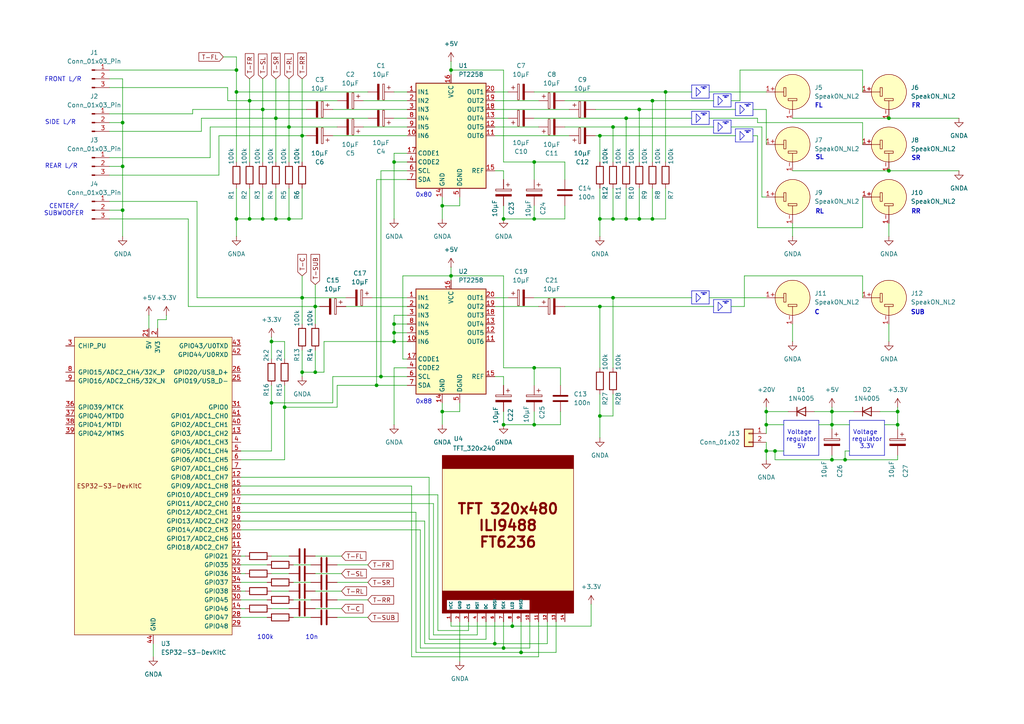
<source format=kicad_sch>
(kicad_sch (version 20250114) (generator "eeschema") (generator_version "9.0")
  (paper "A4")
  (lib_symbols
    (symbol "Audio:PT2258"
      (property "Reference" "U" (at -8.89 16.51 0))
      (property "Value" "PT2258" (at 6.35 16.51 0))
      (symbol "PT2258_1_1"
        (pin input line (at -12.7 12.7 0) (length 2.54) (name "IN1") (number "1"))
        (pin input line (at -12.7 10.16 0) (length 2.54) (name "IN2") (number "2"))
        (pin input line (at -12.7 7.62 0) (length 2.54) (name "IN3") (number "3"))
        (pin input line (at -12.7 5.08 0) (length 2.54) (name "IN4") (number "8"))
        (pin input line (at -12.7 2.54 0) (length 2.54) (name "IN5") (number "9"))
        (pin input line (at -12.7 0 0) (length 2.54) (name "IN6") (number "10"))
        (pin input line (at -12.7 -5.08 0) (length 2.54) (name "CODE1") (number "17"))
        (pin input line (at -12.7 -7.62 0) (length 2.54) (name "CODE2") (number "4"))
        (pin bidirectional line (at -12.7 -10.16 0) (length 2.54) (name "SCL") (number "6"))
        (pin bidirectional line (at -12.7 -12.7 0) (length 2.54) (name "SDA") (number "7"))
        (pin power_in line (at -2.54 -17.78 90) (length 2.54) (name "GND") (number "14"))
        (pin power_in line (at 0 17.78 270) (length 2.54) (name "VCC") (number "16"))
        (pin power_in line (at 2.54 -17.78 90) (length 2.54) (name "DGND") (number "5"))
        (pin output line (at 12.7 12.7 180) (length 2.54) (name "OUT1") (number "20"))
        (pin output line (at 12.7 10.16 180) (length 2.54) (name "OUT2") (number "19"))
        (pin output line (at 12.7 7.62 180) (length 2.54) (name "OUT3") (number "18"))
        (pin output line (at 12.7 5.08 180) (length 2.54) (name "OUT4") (number "13"))
        (pin output line (at 12.7 2.54 180) (length 2.54) (name "OUT5") (number "12"))
        (pin output line (at 12.7 0 180) (length 2.54) (name "OUT6") (number "11"))
        (pin output line (at 12.7 -10.16 180) (length 2.54) (name "REF") (number "15"))
      )
    )
    (symbol "Connector:Conn_01x03_Pin" (pin_names (offset 1.016) (hide yes))
      (property "Reference" "J" (at 0 5.08 0))
      (property "Value" "Conn_01x03_Pin" (at 0 -5.08 0))
      (symbol "Conn_01x03_Pin_1_1"
        (pin passive line (at 5.08 2.54 180) (length 3.81) (name "Pin_1") (number "1"))
        (pin passive line (at 5.08 0 180) (length 3.81) (name "Pin_2") (number "2"))
        (pin passive line (at 5.08 -2.54 180) (length 3.81) (name "Pin_3") (number "3"))
      )
    )
    (symbol "Connector_Audio:SpeakON_NL2" (pin_names (hide yes))
      (property "Reference" "J" (at 2.54 8.89 0))
      (property "Value" "SpeakON_NL2" (at 7.62 6.35 0))
      (symbol "SpeakON_NL2_0_1"
        (pin passive line (at -7.62 0 0) (length 2.54) (name "1-") (number "1-"))
      )
      (symbol "SpeakON_NL2_1_1"
        (pin passive line (at 0 7.62 270) (length 2.54) (name "1+") (number "1+"))
      )
    )
    (symbol "Connector_Generic:Conn_01x02" (pin_names (offset 1.016) (hide yes))
      (property "Reference" "J" (at 0 2.54 0))
      (property "Value" "Conn_01x02" (at 0 -5.08 0))
      (symbol "Conn_01x02_1_1"
        (pin passive line (at -5.08 0 0) (length 3.81) (name "Pin_1") (number "1"))
        (pin passive line (at -5.08 -2.54 0) (length 3.81) (name "Pin_2") (number "2"))
      )
    )
    (symbol "Device:C" (pin_numbers (hide yes)) (pin_names (offset 0.254))
      (property "Reference" "C" (at 0.635 2.54 0))
      (property "Value" "C" (at 0.635 -2.54 0))
      (symbol "C_1_1"
        (pin passive line (at 0 3.81 270) (length 2.794) (name "~") (number "1"))
        (pin passive line (at 0 -3.81 90) (length 2.794) (name "~") (number "2"))
      )
    )
    (symbol "Device:C_Polarized" (pin_numbers (hide yes)) (pin_names (offset 0.254))
      (property "Reference" "C" (at 0.635 2.54 0))
      (property "Value" "C_Polarized" (at 0.635 -2.54 0))
      (symbol "C_Polarized_1_1"
        (pin passive line (at 0 3.81 270) (length 2.794) (name "~") (number "1"))
        (pin passive line (at 0 -3.81 90) (length 2.794) (name "~") (number "2"))
      )
    )
    (symbol "Device:D" (pin_numbers (hide yes)) (pin_names (offset 1.016) (hide yes))
      (property "Reference" "D" (at 0 2.54 0))
      (property "Value" "D" (at 0 -2.54 0))
      (symbol "D_1_1"
        (pin passive line (at -3.81 0 0) (length 2.54) (name "K") (number "1"))
        (pin passive line (at 3.81 0 180) (length 2.54) (name "A") (number "2"))
      )
    )
    (symbol "Device:R" (pin_numbers (hide yes)) (pin_names (offset 0))
      (property "Reference" "R" (at 2.032 0 90))
      (property "Value" "R" (at 0 0 90))
      (symbol "R_1_1"
        (pin passive line (at 0 3.81 270) (length 1.27) (name "~") (number "1"))
        (pin passive line (at 0 -3.81 90) (length 1.27) (name "~") (number "2"))
      )
    )
    (symbol "Espressif:ESP32-S3-DevKitC" (pin_names (offset 1.016))
      (property "Reference" "U" (at -22.86 48.26 0))
      (property "Value" "ESP32-S3-DevKitC" (at -22.86 45.72 0))
      (symbol "ESP32-S3-DevKitC_0_0"
        (text "ESP32-S3-DevKitC" (at -12.7 0 0) (effects (font (size 1.27 1.27))))
        (pin bidirectional line (at -25.4 15.24 0) (length 2.54) (name "GPIO42/MTMS") (number "39"))
        (pin power_in line (at 0 -45.72 90) (length 2.54) (name "GND") (number "44"))
        (pin bidirectional line (at 25.4 40.64 180) (length 2.54) (name "GPIO43/U0TXD") (number "43"))
        (pin bidirectional line (at 25.4 38.1 180) (length 2.54) (name "GPIO44/U0RXD") (number "42"))
        (pin bidirectional line (at 25.4 20.32 180) (length 2.54) (name "GPIO1/ADC1_CH0") (number "41"))
        (pin bidirectional line (at 25.4 17.78 180) (length 2.54) (name "GPIO2/ADC1_CH1") (number "40"))
        (pin bidirectional line (at 25.4 -10.16 180) (length 2.54) (name "GPIO13/ADC2_CH2") (number "19"))
        (pin bidirectional line (at 25.4 -35.56 180) (length 2.54) (name "GPIO46") (number "14"))
      )
      (symbol "ESP32-S3-DevKitC_0_1"
        (pin power_in line (at 1.27 45.72 270) (length 2.54) (name "3V3") (number "2"))
      )
      (symbol "ESP32-S3-DevKitC_1_1"
        (pin input line (at -25.4 40.64 0) (length 2.54) (name "CHIP_PU") (number "3"))
        (pin bidirectional line (at -25.4 33.02 0) (length 2.54) (name "GPIO15/ADC2_CH4/32K_P") (number "8"))
        (pin bidirectional line (at -25.4 30.48 0) (length 2.54) (name "GPIO16/ADC2_CH5/32K_N") (number "9"))
        (pin bidirectional line (at -25.4 22.86 0) (length 2.54) (name "GPIO39/MTCK") (number "36"))
        (pin bidirectional line (at -25.4 20.32 0) (length 2.54) (name "GPIO40/MTDO") (number "37"))
        (pin bidirectional line (at -25.4 17.78 0) (length 2.54) (name "GPIO41/MTDI") (number "38"))
        (pin power_in line (at -1.27 45.72 270) (length 2.54) (name "5V") (number "21"))
        (pin passive line (at 0 -45.72 90) (length 2.54) (hide yes) (name "GND") (number "22"))
        (pin passive line (at 0 -45.72 90) (length 2.54) (hide yes) (name "GND") (number "23"))
        (pin passive line (at 0 -45.72 90) (length 2.54) (hide yes) (name "GND") (number "24"))
        (pin passive line (at 1.27 45.72 270) (length 2.54) (hide yes) (name "3V3") (number "1"))
        (pin bidirectional line (at 25.4 33.02 180) (length 2.54) (name "GPIO20/USB_D+") (number "26"))
        (pin bidirectional line (at 25.4 30.48 180) (length 2.54) (name "GPIO19/USB_D-") (number "25"))
        (pin bidirectional line (at 25.4 22.86 180) (length 2.54) (name "GPIO0") (number "31"))
        (pin bidirectional line (at 25.4 15.24 180) (length 2.54) (name "GPIO3/ADC1_CH2") (number "13"))
        (pin bidirectional line (at 25.4 12.7 180) (length 2.54) (name "GPIO4/ADC1_CH3") (number "4"))
        (pin bidirectional line (at 25.4 10.16 180) (length 2.54) (name "GPIO5/ADC1_CH4") (number "5"))
        (pin bidirectional line (at 25.4 7.62 180) (length 2.54) (name "GPIO6/ADC1_CH5") (number "6"))
        (pin bidirectional line (at 25.4 5.08 180) (length 2.54) (name "GPIO7/ADC1_CH6") (number "7"))
        (pin bidirectional line (at 25.4 2.54 180) (length 2.54) (name "GPIO8/ADC1_CH7") (number "12"))
        (pin bidirectional line (at 25.4 0 180) (length 2.54) (name "GPIO9/ADC1_CH8") (number "15"))
        (pin bidirectional line (at 25.4 -2.54 180) (length 2.54) (name "GPIO10/ADC1_CH9") (number "16"))
        (pin bidirectional line (at 25.4 -5.08 180) (length 2.54) (name "GPIO11/ADC2_CH0") (number "17"))
        (pin bidirectional line (at 25.4 -7.62 180) (length 2.54) (name "GPIO12/ADC2_CH1") (number "18"))
        (pin bidirectional line (at 25.4 -12.7 180) (length 2.54) (name "GPIO14/ADC2_CH3") (number "20"))
        (pin bidirectional line (at 25.4 -15.24 180) (length 2.54) (name "GPIO17/ADC2_CH6") (number "10"))
        (pin bidirectional line (at 25.4 -17.78 180) (length 2.54) (name "GPIO18/ADC2_CH7") (number "11"))
        (pin bidirectional line (at 25.4 -20.32 180) (length 2.54) (name "GPIO21") (number "27"))
        (pin bidirectional line (at 25.4 -22.86 180) (length 2.54) (name "GPIO35") (number "32"))
        (pin bidirectional line (at 25.4 -25.4 180) (length 2.54) (name "GPIO36") (number "33"))
        (pin bidirectional line (at 25.4 -27.94 180) (length 2.54) (name "GPIO37") (number "34"))
        (pin bidirectional line (at 25.4 -30.48 180) (length 2.54) (name "GPIO38") (number "35"))
        (pin bidirectional line (at 25.4 -33.02 180) (length 2.54) (name "GPIO45") (number "30"))
        (pin bidirectional line (at 25.4 -38.1 180) (length 2.54) (name "GPIO47") (number "28"))
        (pin bidirectional line (at 25.4 -40.64 180) (length 2.54) (name "GPIO48") (number "29"))
      )
    )
    (symbol "power:+24V" (power) (pin_numbers (hide yes)) (pin_names (offset 0) (hide yes))
      (property "Value" "+24V" (at 0 3.556 0))
      (symbol "+24V_1_1"
        (pin power_in line (at 0 0 90) (length 0) (name "~") (number "1"))
      )
    )
    (symbol "power:+3.3V" (power) (pin_numbers (hide yes)) (pin_names (offset 0) (hide yes))
      (property "Value" "+3.3V" (at 0 3.556 0))
      (symbol "+3.3V_1_1"
        (pin power_in line (at 0 0 90) (length 0) (name "~") (number "1"))
      )
    )
    (symbol "power:+5V" (power) (pin_numbers (hide yes)) (pin_names (offset 0) (hide yes))
      (property "Value" "+5V" (at 0 3.556 0))
      (symbol "+5V_1_1"
        (pin power_in line (at 0 0 90) (length 0) (name "~") (number "1"))
      )
    )
    (symbol "power:GNDA" (power) (pin_numbers (hide yes)) (pin_names (offset 0) (hide yes))
      (property "Value" "GNDA" (at 0 -3.81 0))
      (symbol "GNDA_1_1"
        (pin power_in line (at 0 0 270) (length 0) (name "~") (number "1"))
      )
    )
    (symbol "tft_320x240:TFT_320x240" (pin_names (offset 1.016))
      (property "Reference" "U4" (at -15.748 50.546 0))
      (property "Value" "TFT_320x240" (at -16.002 47.752 0))
      (symbol "TFT_320x240_1_1"
        (text "TFT 320x480\nILI9488\nFT6236" (at 0 25.4 0) (effects (font (size 2.9972 2.9972) (bold yes))))
        (pin power_in line (at -16.51 -2.54 90) (length 2.54) (name "VCC") (number "1"))
        (pin bidirectional line (at -13.97 -2.54 90) (length 2.54) (name "GND") (number "2"))
        (pin bidirectional line (at -11.43 -2.54 90) (length 2.54) (name "CS") (number "3"))
        (pin bidirectional line (at -8.89 -2.54 90) (length 2.54) (name "RST") (number "4"))
        (pin bidirectional line (at -6.35 -2.54 90) (length 2.54) (name "DC") (number "5"))
        (pin bidirectional line (at -3.81 -2.54 90) (length 2.54) (name "MOSI") (number "6"))
        (pin bidirectional line (at -1.27 -2.54 90) (length 2.54) (name "SCK") (number "7"))
        (pin power_in line (at 1.27 -2.54 90) (length 2.54) (name "LED") (number "8"))
        (pin bidirectional line (at 3.81 -2.54 90) (length 2.54) (name "MISO") (number "9"))
        (pin bidirectional line (at 6.35 -2.54 90) (length 2.54) (name "~") (number "10"))
        (pin bidirectional line (at 8.89 -2.54 90) (length 2.54) (name "~") (number "11"))
        (pin bidirectional line (at 11.43 -2.54 90) (length 2.54) (name "~") (number "12"))
        (pin bidirectional line (at 13.97 -2.54 90) (length 2.54) (name "~") (number "13"))
        (pin bidirectional line (at 16.51 -2.54 90) (length 2.54) (name "~") (number "14"))
      )
    )
  )
  (text "Amplifier\n60W" (at 210.5147 35.8377 0) (effects (font (size 0.2794 0.2794))))
  (text "0x80" (at 122.936 56.642 0) (effects (font (size 1.27 1.27))))
  (text "Voltage \nregulator\n5V" (at 232.41 127.508 0) (effects (font (size 1.27 1.27))))
  (text "CENTER/\nSUBWOOFER\n" (at 18.542 60.96 0) (effects (font (size 1.27 1.27))))
  (text "SR" (at 265.684 45.974 0) (effects (font (size 1.27 1.27) (thickness 0.254) (bold yes))))
  (text "REAR L/R" (at 17.78 48.26 0) (effects (font (size 1.27 1.27))))
  (text "SIDE L/R" (at 17.526 35.56 0) (effects (font (size 1.27 1.27))))
  (text "100k" (at 76.962 184.912 0) (effects (font (size 1.27 1.27))))
  (text "10n" (at 90.424 184.912 0) (effects (font (size 1.27 1.27))))
  (text "Amplifier\n60W" (at 216.8647 30.7577 0) (effects (font (size 0.2794 0.2794))))
  (text "Amplifier\n60W" (at 210.5147 87.9077 0) (effects (font (size 0.2794 0.2794))))
  (text "FRONT L/R" (at 18.288 23.114 0) (effects (font (size 1.27 1.27))))
  (text "FR" (at 265.684 30.734 0) (effects (font (size 1.27 1.27) (thickness 0.254) (bold yes))))
  (text "FL" (at 237.49 30.734 0) (effects (font (size 1.27 1.27) (thickness 0.254) (bold yes))))
  (text "RL" (at 237.744 61.468 0) (effects (font (size 1.27 1.27) (thickness 0.254) (bold yes))))
  (text "Amplifier\n60W" (at 204.1647 25.6777 0) (effects (font (size 0.2794 0.2794))))
  (text "RR" (at 265.684 61.468 0) (effects (font (size 1.27 1.27) (thickness 0.254) (bold yes))))
  (text "Voltage \nregulator\n3.3V" (at 251.46 127.508 0) (effects (font (size 1.27 1.27))))
  (text "SL" (at 237.744 45.72 0) (effects (font (size 1.27 1.27) (thickness 0.254) (bold yes))))
  (text "0x88" (at 122.936 116.586 0) (effects (font (size 1.27 1.27))))
  (text "Amplifier\n60W" (at 204.1647 33.2977 0) (effects (font (size 0.2794 0.2794))))
  (text "Amplifier\n60W" (at 216.8647 38.3777 0) (effects (font (size 0.2794 0.2794))))
  (text "Amplifier\n60W" (at 204.1647 85.3677 0) (effects (font (size 0.2794 0.2794))))
  (text "C" (at 236.982 90.678 0) (effects (font (size 1.27 1.27) (thickness 0.254) (bold yes))))
  (text "Amplifier\n60W" (at 210.5147 28.2177 0) (effects (font (size 0.2794 0.2794))))
  (text "SUB" (at 266.192 90.678 0) (effects (font (size 1.27 1.27) (thickness 0.254) (bold yes))))
  (junction (at 114.3 96.52))
  (junction (at 114.3 93.98))
  (junction (at 173.99 39.37))
  (junction (at 91.44 88.9))
  (junction (at 193.04 26.67))
  (junction (at 173.99 88.9))
  (junction (at 154.94 123.19))
  (junction (at 151.13 189.23))
  (junction (at 185.42 63.5))
  (junction (at 130.81 20.32))
  (junction (at 72.39 29.21))
  (junction (at 241.3 123.19))
  (junction (at 72.39 63.5))
  (junction (at 130.81 80.01))
  (junction (at 80.01 34.29))
  (junction (at 83.82 36.83))
  (junction (at 78.74 116.84))
  (junction (at 80.01 63.5))
  (junction (at 76.2 31.75))
  (junction (at 68.58 63.5))
  (junction (at 68.58 20.32))
  (junction (at 114.3 46.99))
  (junction (at 257.81 49.53))
  (junction (at 222.25 130.81))
  (junction (at 177.8 63.5))
  (junction (at 76.2 63.5))
  (junction (at 154.94 106.68))
  (junction (at 185.42 31.75))
  (junction (at 257.81 34.29))
  (junction (at 148.59 181.61))
  (junction (at 222.25 123.19))
  (junction (at 35.56 48.26))
  (junction (at 91.44 107.95))
  (junction (at 87.63 107.95))
  (junction (at 181.61 34.29))
  (junction (at 78.74 99.06))
  (junction (at 146.05 187.96))
  (junction (at 128.27 119.38))
  (junction (at 110.49 109.22))
  (junction (at 35.56 60.96))
  (junction (at 260.35 119.38))
  (junction (at 260.35 123.19))
  (junction (at 128.27 59.69))
  (junction (at 177.8 86.36))
  (junction (at 146.05 63.5))
  (junction (at 87.63 86.36))
  (junction (at 154.94 63.5))
  (junction (at 189.23 63.5))
  (junction (at 224.79 130.81))
  (junction (at 173.99 120.65))
  (junction (at 83.82 63.5))
  (junction (at 241.3 133.35))
  (junction (at 114.3 99.06))
  (junction (at 146.05 123.19))
  (junction (at 181.61 63.5))
  (junction (at 222.25 119.38))
  (junction (at 82.55 118.11))
  (junction (at 143.51 186.69))
  (junction (at 68.58 26.67))
  (junction (at 245.11 133.35))
  (junction (at 109.22 111.76))
  (junction (at 241.3 119.38))
  (junction (at 189.23 29.21))
  (junction (at 173.99 63.5))
  (junction (at 177.8 36.83))
  (junction (at 154.94 46.99))
  (junction (at 87.63 39.37))
  (junction (at 35.56 35.56))
  (wire (pts (xy 57.15 58.42) (xy 57.15 86.36)))
  (polyline (pts (xy 214.63 30.48) (xy 215.9 31.75)))
  (polyline (pts (xy 213.3087 41.1717) (xy 218.3887 41.1717)))
  (wire (pts (xy 78.74 97.79) (xy 78.74 99.06)))
  (wire (pts (xy 185.42 54.61) (xy 185.42 63.5)))
  (wire (pts (xy 57.15 86.36) (xy 87.63 86.36)))
  (wire (pts (xy 241.3 119.38) (xy 241.3 123.19)))
  (wire (pts (xy 222.25 41.91) (xy 222.25 31.75)))
  (wire (pts (xy 96.52 109.22) (xy 110.49 109.22)))
  (wire (pts (xy 100.33 88.9) (xy 118.11 88.9)))
  (wire (pts (xy 72.39 22.86) (xy 72.39 29.21)))
  (wire (pts (xy 222.25 128.27) (xy 222.25 130.81)))
  (wire (pts (xy 256.54 123.19) (xy 260.35 123.19)))
  (wire (pts (xy 146.05 187.96) (xy 121.92 187.96)))
  (wire (pts (xy 146.05 80.01) (xy 130.81 80.01)))
  (wire (pts (xy 143.51 39.37) (xy 165.1 39.37)))
  (polyline (pts (xy 208.28 35.56) (xy 209.55 36.83)))
  (wire (pts (xy 118.11 44.45) (xy 114.3 44.45)))
  (wire (pts (xy 114.3 34.29) (xy 118.11 34.29)))
  (wire (pts (xy 110.49 109.22) (xy 110.49 49.53)))
  (wire (pts (xy 91.44 93.98) (xy 91.44 88.9)))
  (polyline (pts (xy 218.3887 29.7417) (xy 218.3887 33.5517)))
  (wire (pts (xy 109.22 52.07) (xy 118.11 52.07)))
  (wire (pts (xy 241.3 118.11) (xy 241.3 119.38)))
  (wire (pts (xy 87.63 54.61) (xy 87.63 63.5)))
  (wire (pts (xy 162.56 111.76) (xy 162.56 106.68)))
  (wire (pts (xy 124.46 185.42) (xy 124.46 138.43)))
  (wire (pts (xy 31.75 33.02) (xy 55.88 33.02)))
  (polyline (pts (xy 227.33 121.92) (xy 227.33 132.08)))
  (wire (pts (xy 69.85 161.29) (xy 71.12 161.29)))
  (wire (pts (xy 55.88 31.75) (xy 76.2 31.75)))
  (wire (pts (xy 124.46 138.43) (xy 69.85 138.43)))
  (wire (pts (xy 87.63 80.01) (xy 87.63 86.36)))
  (wire (pts (xy 224.79 133.35) (xy 224.79 130.81)))
  (wire (pts (xy 162.56 119.38) (xy 162.56 123.19)))
  (wire (pts (xy 189.23 46.99) (xy 189.23 29.21)))
  (wire (pts (xy 69.85 163.83) (xy 77.47 163.83)))
  (polyline (pts (xy 200.6087 36.0917) (xy 205.6887 36.0917)))
  (polyline (pts (xy 208.28 27.94) (xy 209.55 29.21)))
  (wire (pts (xy 212.09 88.9) (xy 215.9 88.9)))
  (polyline (pts (xy 213.3087 29.7417) (xy 213.3087 33.5517)))
  (wire (pts (xy 250.19 66.04) (xy 219.71 66.04)))
  (wire (pts (xy 72.39 54.61) (xy 72.39 63.5)))
  (wire (pts (xy 31.75 50.8) (xy 63.5 50.8)))
  (wire (pts (xy 148.59 180.34) (xy 148.59 181.61)))
  (wire (pts (xy 80.01 46.99) (xy 80.01 34.29)))
  (wire (pts (xy 212.09 29.21) (xy 214.63 29.21)))
  (wire (pts (xy 193.04 54.61) (xy 193.04 63.5)))
  (wire (pts (xy 69.85 133.35) (xy 82.55 133.35)))
  (wire (pts (xy 31.75 35.56) (xy 35.56 35.56)))
  (wire (pts (xy 222.25 130.81) (xy 222.25 133.35)))
  (wire (pts (xy 205.74 86.36) (xy 222.25 86.36)))
  (wire (pts (xy 222.25 119.38) (xy 222.25 123.19)))
  (wire (pts (xy 158.75 180.34) (xy 158.75 186.69)))
  (wire (pts (xy 128.27 57.15) (xy 128.27 59.69)))
  (wire (pts (xy 96.52 39.37) (xy 118.11 39.37)))
  (wire (pts (xy 154.94 123.19) (xy 146.05 123.19)))
  (wire (pts (xy 138.43 184.15) (xy 125.73 184.15)))
  (wire (pts (xy 31.75 22.86) (xy 35.56 22.86)))
  (wire (pts (xy 143.51 88.9) (xy 156.21 88.9)))
  (wire (pts (xy 222.25 130.81) (xy 224.79 130.81)))
  (wire (pts (xy 80.01 54.61) (xy 80.01 63.5)))
  (wire (pts (xy 68.58 20.32) (xy 68.58 26.67)))
  (wire (pts (xy 133.35 116.84) (xy 133.35 119.38)))
  (wire (pts (xy 114.3 26.67) (xy 118.11 26.67)))
  (polyline (pts (xy 201.93 87.63) (xy 203.2 86.36)))
  (wire (pts (xy 222.25 123.19) (xy 227.33 123.19)))
  (wire (pts (xy 177.8 86.36) (xy 200.66 86.36)))
  (wire (pts (xy 78.74 166.37) (xy 83.82 166.37)))
  (polyline (pts (xy 206.9587 31.0117) (xy 212.0387 31.0117)))
  (wire (pts (xy 128.27 59.69) (xy 128.27 63.5)))
  (wire (pts (xy 128.27 116.84) (xy 128.27 119.38)))
  (wire (pts (xy 80.01 63.5) (xy 76.2 63.5)))
  (wire (pts (xy 68.58 16.51) (xy 68.58 20.32)))
  (polyline (pts (xy 256.54 121.92) (xy 256.54 132.08)))
  (wire (pts (xy 177.8 86.36) (xy 154.94 86.36)))
  (wire (pts (xy 260.35 118.11) (xy 260.35 119.38)))
  (wire (pts (xy 63.5 39.37) (xy 87.63 39.37)))
  (wire (pts (xy 193.04 26.67) (xy 200.66 26.67)))
  (wire (pts (xy 69.85 166.37) (xy 71.12 166.37)))
  (wire (pts (xy 85.09 163.83) (xy 90.17 163.83)))
  (wire (pts (xy 151.13 189.23) (xy 120.65 189.23)))
  (wire (pts (xy 173.99 106.68) (xy 173.99 88.9)))
  (polyline (pts (xy 201.93 35.56) (xy 203.2 34.29)))
  (wire (pts (xy 82.55 111.76) (xy 82.55 118.11)))
  (wire (pts (xy 87.63 86.36) (xy 100.33 86.36)))
  (wire (pts (xy 87.63 107.95) (xy 87.63 109.22)))
  (wire (pts (xy 91.44 176.53) (xy 99.06 176.53)))
  (wire (pts (xy 143.51 109.22) (xy 146.05 109.22)))
  (wire (pts (xy 119.38 190.5) (xy 119.38 140.97)))
  (wire (pts (xy 35.56 68.58) (xy 35.56 60.96)))
  (wire (pts (xy 128.27 119.38) (xy 128.27 123.19)))
  (wire (pts (xy 125.73 184.15) (xy 125.73 146.05)))
  (wire (pts (xy 69.85 176.53) (xy 71.12 176.53)))
  (wire (pts (xy 255.27 119.38) (xy 260.35 119.38)))
  (wire (pts (xy 250.19 86.36) (xy 250.19 80.01)))
  (wire (pts (xy 177.8 63.5) (xy 173.99 63.5)))
  (wire (pts (xy 229.87 64.77) (xy 229.87 68.58)))
  (wire (pts (xy 237.49 123.19) (xy 241.3 123.19)))
  (wire (pts (xy 143.51 186.69) (xy 123.19 186.69)))
  (wire (pts (xy 171.45 181.61) (xy 148.59 181.61)))
  (wire (pts (xy 66.04 29.21) (xy 72.39 29.21)))
  (wire (pts (xy 82.55 118.11) (xy 97.79 118.11)))
  (polyline (pts (xy 212.0387 86.8917) (xy 212.0387 90.7017)))
  (wire (pts (xy 193.04 26.67) (xy 154.94 26.67)))
  (wire (pts (xy 250.19 35.56) (xy 219.71 35.56)))
  (wire (pts (xy 118.11 96.52) (xy 114.3 96.52)))
  (wire (pts (xy 212.09 36.83) (xy 220.98 36.83)))
  (wire (pts (xy 250.19 20.32) (xy 214.63 20.32)))
  (wire (pts (xy 154.94 59.69) (xy 154.94 63.5)))
  (wire (pts (xy 229.87 49.53) (xy 257.81 49.53)))
  (wire (pts (xy 118.11 111.76) (xy 109.22 111.76)))
  (wire (pts (xy 97.79 118.11) (xy 97.79 111.76)))
  (wire (pts (xy 163.83 59.69) (xy 163.83 63.5)))
  (polyline (pts (xy 205.6887 84.3517) (xy 205.6887 88.1617)))
  (wire (pts (xy 163.83 46.99) (xy 154.94 46.99)))
  (wire (pts (xy 177.8 36.83) (xy 207.01 36.83)))
  (polyline (pts (xy 200.6087 84.3517) (xy 200.6087 88.1617)))
  (wire (pts (xy 114.3 44.45) (xy 114.3 46.99)))
  (wire (pts (xy 257.81 64.77) (xy 257.81 68.58)))
  (wire (pts (xy 35.56 48.26) (xy 35.56 60.96)))
  (polyline (pts (xy 200.6087 24.6617) (xy 200.6087 28.4717)))
  (wire (pts (xy 87.63 107.95) (xy 91.44 107.95)))
  (wire (pts (xy 156.21 190.5) (xy 119.38 190.5)))
  (wire (pts (xy 116.84 80.01) (xy 130.81 80.01)))
  (wire (pts (xy 123.19 151.13) (xy 69.85 151.13)))
  (wire (pts (xy 154.94 119.38) (xy 154.94 123.19)))
  (wire (pts (xy 83.82 63.5) (xy 80.01 63.5)))
  (polyline (pts (xy 201.93 25.4) (xy 203.2 26.67)))
  (wire (pts (xy 91.44 82.55) (xy 91.44 88.9)))
  (wire (pts (xy 250.19 26.67) (xy 250.19 20.32)))
  (wire (pts (xy 68.58 46.99) (xy 68.58 26.67)))
  (wire (pts (xy 250.19 41.91) (xy 250.19 35.56)))
  (wire (pts (xy 143.51 31.75) (xy 165.1 31.75)))
  (wire (pts (xy 173.99 114.3) (xy 173.99 120.65)))
  (wire (pts (xy 107.95 86.36) (xy 118.11 86.36)))
  (wire (pts (xy 91.44 107.95) (xy 93.98 107.95)))
  (wire (pts (xy 154.94 106.68) (xy 154.94 111.76)))
  (polyline (pts (xy 200.6087 28.4717) (xy 205.6887 28.4717)))
  (wire (pts (xy 161.29 189.23) (xy 151.13 189.23)))
  (wire (pts (xy 87.63 46.99) (xy 87.63 39.37)))
  (wire (pts (xy 173.99 88.9) (xy 207.01 88.9)))
  (wire (pts (xy 222.25 123.19) (xy 222.25 125.73)))
  (wire (pts (xy 245.11 130.81) (xy 245.11 133.35)))
  (wire (pts (xy 93.98 99.06) (xy 114.3 99.06)))
  (wire (pts (xy 91.44 166.37) (xy 99.06 166.37)))
  (wire (pts (xy 116.84 104.14) (xy 116.84 80.01)))
  (wire (pts (xy 72.39 29.21) (xy 97.79 29.21)))
  (wire (pts (xy 173.99 54.61) (xy 173.99 63.5)))
  (wire (pts (xy 205.74 26.67) (xy 222.25 26.67)))
  (wire (pts (xy 44.45 186.69) (xy 44.45 190.5)))
  (polyline (pts (xy 206.9587 34.8217) (xy 212.0387 34.8217)))
  (wire (pts (xy 154.94 52.07) (xy 154.94 46.99)))
  (wire (pts (xy 114.3 46.99) (xy 118.11 46.99)))
  (wire (pts (xy 143.51 49.53) (xy 146.05 49.53)))
  (wire (pts (xy 68.58 26.67) (xy 106.68 26.67)))
  (wire (pts (xy 97.79 179.07) (xy 106.68 179.07)))
  (wire (pts (xy 173.99 39.37) (xy 172.72 39.37)))
  (wire (pts (xy 97.79 111.76) (xy 109.22 111.76)))
  (polyline (pts (xy 200.6087 32.2817) (xy 205.6887 32.2817)))
  (wire (pts (xy 127 143.51) (xy 127 182.88)))
  (wire (pts (xy 76.2 22.86) (xy 76.2 31.75)))
  (wire (pts (xy 66.04 25.4) (xy 66.04 29.21)))
  (wire (pts (xy 118.11 91.44) (xy 114.3 91.44)))
  (wire (pts (xy 185.42 46.99) (xy 185.42 31.75)))
  (wire (pts (xy 189.23 29.21) (xy 163.83 29.21)))
  (wire (pts (xy 173.99 63.5) (xy 173.99 68.58)))
  (wire (pts (xy 78.74 111.76) (xy 78.74 116.84)))
  (wire (pts (xy 87.63 22.86) (xy 87.63 39.37)))
  (wire (pts (xy 55.88 33.02) (xy 55.88 31.75)))
  (wire (pts (xy 87.63 39.37) (xy 88.9 39.37)))
  (wire (pts (xy 58.42 34.29) (xy 80.01 34.29)))
  (wire (pts (xy 241.3 123.19) (xy 246.38 123.19)))
  (wire (pts (xy 123.19 186.69) (xy 123.19 151.13)))
  (wire (pts (xy 96.52 31.75) (xy 118.11 31.75)))
  (wire (pts (xy 60.96 36.83) (xy 83.82 36.83)))
  (wire (pts (xy 241.3 133.35) (xy 224.79 133.35)))
  (wire (pts (xy 31.75 45.72) (xy 60.96 45.72)))
  (wire (pts (xy 78.74 99.06) (xy 78.74 104.14)))
  (wire (pts (xy 163.83 52.07) (xy 163.83 46.99)))
  (wire (pts (xy 87.63 63.5) (xy 83.82 63.5)))
  (wire (pts (xy 130.81 17.78) (xy 130.81 20.32)))
  (polyline (pts (xy 201.93 33.02) (xy 201.93 35.56)))
  (wire (pts (xy 31.75 20.32) (xy 68.58 20.32)))
  (wire (pts (xy 220.98 57.15) (xy 220.98 36.83)))
  (polyline (pts (xy 227.33 121.92) (xy 237.49 121.92)))
  (wire (pts (xy 143.51 34.29) (xy 147.32 34.29)))
  (polyline (pts (xy 208.28 30.48) (xy 209.55 29.21)))
  (wire (pts (xy 64.77 16.51) (xy 68.58 16.51)))
  (polyline (pts (xy 212.0387 34.8217) (xy 212.0387 38.6317)))
  (wire (pts (xy 85.09 173.99) (xy 90.17 173.99)))
  (wire (pts (xy 97.79 168.91) (xy 106.68 168.91)))
  (wire (pts (xy 154.94 106.68) (xy 146.05 106.68)))
  (wire (pts (xy 105.41 36.83) (xy 118.11 36.83)))
  (wire (pts (xy 177.8 46.99) (xy 177.8 36.83)))
  (wire (pts (xy 140.97 180.34) (xy 140.97 185.42)))
  (wire (pts (xy 189.23 29.21) (xy 207.01 29.21)))
  (wire (pts (xy 110.49 49.53) (xy 118.11 49.53)))
  (wire (pts (xy 133.35 59.69) (xy 128.27 59.69)))
  (wire (pts (xy 143.51 86.36) (xy 147.32 86.36)))
  (wire (pts (xy 246.38 130.81) (xy 245.11 130.81)))
  (wire (pts (xy 162.56 106.68) (xy 154.94 106.68)))
  (wire (pts (xy 121.92 187.96) (xy 121.92 153.67)))
  (wire (pts (xy 82.55 104.14) (xy 82.55 99.06)))
  (wire (pts (xy 181.61 54.61) (xy 181.61 63.5)))
  (wire (pts (xy 83.82 22.86) (xy 83.82 36.83)))
  (wire (pts (xy 143.51 29.21) (xy 156.21 29.21)))
  (polyline (pts (xy 237.49 121.92) (xy 237.49 132.08)))
  (wire (pts (xy 114.3 106.68) (xy 118.11 106.68)))
  (wire (pts (xy 127 143.51) (xy 69.85 143.51)))
  (wire (pts (xy 120.65 189.23) (xy 120.65 148.59)))
  (wire (pts (xy 58.42 38.1) (xy 58.42 34.29)))
  (wire (pts (xy 257.81 49.53) (xy 278.13 49.53)))
  (wire (pts (xy 35.56 22.86) (xy 35.56 35.56)))
  (wire (pts (xy 257.81 34.29) (xy 278.13 34.29)))
  (wire (pts (xy 229.87 93.98) (xy 229.87 99.06)))
  (wire (pts (xy 85.09 168.91) (xy 90.17 168.91)))
  (wire (pts (xy 118.11 99.06) (xy 114.3 99.06)))
  (wire (pts (xy 173.99 120.65) (xy 173.99 127)))
  (polyline (pts (xy 200.6087 24.6617) (xy 205.6887 24.6617)))
  (polyline (pts (xy 205.6887 24.6617) (xy 205.6887 28.4717)))
  (wire (pts (xy 189.23 54.61) (xy 189.23 63.5)))
  (wire (pts (xy 193.04 63.5) (xy 189.23 63.5)))
  (wire (pts (xy 97.79 163.83) (xy 106.68 163.83)))
  (wire (pts (xy 143.51 180.34) (xy 143.51 186.69)))
  (polyline (pts (xy 206.9587 27.2017) (xy 212.0387 27.2017)))
  (wire (pts (xy 48.26 91.44) (xy 48.26 92.71)))
  (polyline (pts (xy 200.6087 84.3517) (xy 205.6887 84.3517)))
  (wire (pts (xy 31.75 38.1) (xy 58.42 38.1)))
  (wire (pts (xy 250.19 57.15) (xy 250.19 66.04)))
  (wire (pts (xy 114.3 99.06) (xy 114.3 96.52)))
  (wire (pts (xy 214.63 20.32) (xy 214.63 29.21)))
  (wire (pts (xy 177.8 106.68) (xy 177.8 86.36)))
  (wire (pts (xy 120.65 148.59) (xy 69.85 148.59)))
  (wire (pts (xy 78.74 161.29) (xy 83.82 161.29)))
  (wire (pts (xy 218.44 39.37) (xy 219.71 39.37)))
  (wire (pts (xy 260.35 123.19) (xy 260.35 124.46)))
  (wire (pts (xy 143.51 36.83) (xy 156.21 36.83)))
  (wire (pts (xy 185.42 31.75) (xy 213.36 31.75)))
  (polyline (pts (xy 214.63 38.1) (xy 214.63 40.64)))
  (wire (pts (xy 193.04 46.99) (xy 193.04 26.67)))
  (wire (pts (xy 48.26 92.71) (xy 45.72 92.71)))
  (wire (pts (xy 222.25 57.15) (xy 220.98 57.15)))
  (polyline (pts (xy 246.38 121.92) (xy 256.54 121.92)))
  (wire (pts (xy 154.94 46.99) (xy 146.05 46.99)))
  (polyline (pts (xy 214.63 38.1) (xy 215.9 39.37)))
  (wire (pts (xy 138.43 180.34) (xy 138.43 184.15)))
  (wire (pts (xy 222.25 119.38) (xy 228.6 119.38)))
  (polyline (pts (xy 206.9587 86.8917) (xy 212.0387 86.8917)))
  (wire (pts (xy 205.74 34.29) (xy 219.71 34.29)))
  (wire (pts (xy 177.8 120.65) (xy 173.99 120.65)))
  (wire (pts (xy 146.05 49.53) (xy 146.05 52.07)))
  (wire (pts (xy 87.63 101.6) (xy 87.63 107.95)))
  (wire (pts (xy 260.35 132.08) (xy 260.35 133.35)))
  (polyline (pts (xy 213.3087 37.3617) (xy 218.3887 37.3617)))
  (wire (pts (xy 146.05 109.22) (xy 146.05 111.76)))
  (polyline (pts (xy 208.28 87.63) (xy 208.28 90.17)))
  (wire (pts (xy 153.67 187.96) (xy 146.05 187.96)))
  (wire (pts (xy 125.73 146.05) (xy 69.85 146.05)))
  (wire (pts (xy 91.44 171.45) (xy 99.06 171.45)))
  (polyline (pts (xy 246.38 121.92) (xy 246.38 132.08)))
  (wire (pts (xy 163.83 63.5) (xy 154.94 63.5)))
  (wire (pts (xy 63.5 50.8) (xy 63.5 39.37)))
  (wire (pts (xy 45.72 92.71) (xy 45.72 95.25)))
  (wire (pts (xy 146.05 106.68) (xy 146.05 80.01)))
  (wire (pts (xy 35.56 60.96) (xy 31.75 60.96)))
  (polyline (pts (xy 206.9587 38.6317) (xy 212.0387 38.6317)))
  (wire (pts (xy 78.74 171.45) (xy 83.82 171.45)))
  (wire (pts (xy 91.44 88.9) (xy 92.71 88.9)))
  (wire (pts (xy 241.3 132.08) (xy 241.3 133.35)))
  (wire (pts (xy 189.23 63.5) (xy 185.42 63.5)))
  (polyline (pts (xy 208.28 38.1) (xy 209.55 36.83)))
  (wire (pts (xy 68.58 63.5) (xy 68.58 68.58)))
  (polyline (pts (xy 206.9587 86.8917) (xy 206.9587 90.7017)))
  (wire (pts (xy 91.44 161.29) (xy 99.06 161.29)))
  (wire (pts (xy 173.99 88.9) (xy 163.83 88.9)))
  (polyline (pts (xy 201.93 85.09) (xy 201.93 87.63)))
  (wire (pts (xy 222.25 118.11) (xy 222.25 119.38)))
  (wire (pts (xy 257.81 93.98) (xy 257.81 99.06)))
  (wire (pts (xy 76.2 63.5) (xy 72.39 63.5)))
  (polyline (pts (xy 256.54 132.08) (xy 246.38 132.08)))
  (wire (pts (xy 181.61 46.99) (xy 181.61 34.29)))
  (wire (pts (xy 91.44 101.6) (xy 91.44 107.95)))
  (wire (pts (xy 119.38 140.97) (xy 69.85 140.97)))
  (wire (pts (xy 219.71 35.56) (xy 219.71 34.29)))
  (wire (pts (xy 60.96 45.72) (xy 60.96 36.83)))
  (wire (pts (xy 69.85 179.07) (xy 77.47 179.07)))
  (wire (pts (xy 148.59 181.61) (xy 130.81 181.61)))
  (wire (pts (xy 83.82 36.83) (xy 97.79 36.83)))
  (wire (pts (xy 93.98 107.95) (xy 93.98 99.06)))
  (wire (pts (xy 181.61 63.5) (xy 177.8 63.5)))
  (wire (pts (xy 250.19 80.01) (xy 215.9 80.01)))
  (wire (pts (xy 133.35 119.38) (xy 128.27 119.38)))
  (polyline (pts (xy 213.3087 37.3617) (xy 213.3087 41.1717)))
  (polyline (pts (xy 212.0387 27.2017) (xy 212.0387 31.0117)))
  (polyline (pts (xy 237.49 132.08) (xy 227.33 132.08)))
  (wire (pts (xy 173.99 39.37) (xy 213.36 39.37)))
  (wire (pts (xy 181.61 34.29) (xy 154.94 34.29)))
  (wire (pts (xy 219.71 66.04) (xy 219.71 39.37)))
  (wire (pts (xy 146.05 46.99) (xy 146.05 20.32)))
  (polyline (pts (xy 200.6087 32.2817) (xy 200.6087 36.0917)))
  (wire (pts (xy 69.85 130.81) (xy 78.74 130.81)))
  (polyline (pts (xy 206.9587 34.8217) (xy 206.9587 38.6317)))
  (wire (pts (xy 171.45 175.26) (xy 171.45 181.61)))
  (wire (pts (xy 185.42 31.75) (xy 172.72 31.75)))
  (wire (pts (xy 69.85 168.91) (xy 77.47 168.91)))
  (wire (pts (xy 43.18 91.44) (xy 43.18 95.25)))
  (wire (pts (xy 156.21 180.34) (xy 156.21 190.5)))
  (wire (pts (xy 224.79 130.81) (xy 227.33 130.81)))
  (wire (pts (xy 173.99 46.99) (xy 173.99 39.37)))
  (wire (pts (xy 146.05 180.34) (xy 146.05 187.96)))
  (polyline (pts (xy 200.6087 88.1617) (xy 205.6887 88.1617)))
  (polyline (pts (xy 206.9587 27.2017) (xy 206.9587 31.0117)))
  (wire (pts (xy 146.05 63.5) (xy 154.94 63.5)))
  (wire (pts (xy 105.41 29.21) (xy 118.11 29.21)))
  (wire (pts (xy 130.81 180.34) (xy 130.81 181.61)))
  (polyline (pts (xy 201.93 25.4) (xy 201.93 27.94)))
  (wire (pts (xy 135.89 180.34) (xy 135.89 182.88)))
  (wire (pts (xy 83.82 46.99) (xy 83.82 36.83)))
  (wire (pts (xy 78.74 130.81) (xy 78.74 116.84)))
  (wire (pts (xy 68.58 63.5) (xy 72.39 63.5)))
  (wire (pts (xy 162.56 123.19) (xy 154.94 123.19)))
  (wire (pts (xy 229.87 34.29) (xy 257.81 34.29)))
  (wire (pts (xy 143.51 26.67) (xy 147.32 26.67)))
  (wire (pts (xy 114.3 93.98) (xy 118.11 93.98)))
  (wire (pts (xy 236.22 119.38) (xy 241.3 119.38)))
  (wire (pts (xy 161.29 180.34) (xy 161.29 189.23)))
  (wire (pts (xy 146.05 20.32) (xy 130.81 20.32)))
  (wire (pts (xy 151.13 180.34) (xy 151.13 189.23)))
  (wire (pts (xy 241.3 133.35) (xy 245.11 133.35)))
  (wire (pts (xy 177.8 36.83) (xy 163.83 36.83)))
  (wire (pts (xy 54.61 88.9) (xy 91.44 88.9)))
  (wire (pts (xy 133.35 180.34) (xy 133.35 191.77)))
  (wire (pts (xy 177.8 54.61) (xy 177.8 63.5)))
  (polyline (pts (xy 218.3887 37.3617) (xy 218.3887 41.1717)))
  (polyline (pts (xy 214.63 33.02) (xy 215.9 31.75)))
  (wire (pts (xy 146.05 119.38) (xy 146.05 123.19)))
  (wire (pts (xy 140.97 185.42) (xy 124.46 185.42)))
  (wire (pts (xy 114.3 46.99) (xy 114.3 63.5)))
  (wire (pts (xy 69.85 173.99) (xy 77.47 173.99)))
  (polyline (pts (xy 214.63 30.48) (xy 214.63 33.02)))
  (wire (pts (xy 260.35 133.35) (xy 245.11 133.35)))
  (wire (pts (xy 185.42 63.5) (xy 181.61 63.5)))
  (polyline (pts (xy 205.6887 32.2817) (xy 205.6887 36.0917)))
  (wire (pts (xy 181.61 34.29) (xy 200.66 34.29)))
  (wire (pts (xy 146.05 59.69) (xy 146.05 63.5)))
  (wire (pts (xy 87.63 93.98) (xy 87.63 86.36)))
  (wire (pts (xy 68.58 54.61) (xy 68.58 63.5)))
  (wire (pts (xy 78.74 99.06) (xy 82.55 99.06)))
  (polyline (pts (xy 208.28 27.94) (xy 208.28 30.48)))
  (wire (pts (xy 153.67 180.34) (xy 153.67 187.96)))
  (polyline (pts (xy 206.9587 90.7017) (xy 212.0387 90.7017)))
  (wire (pts (xy 54.61 63.5) (xy 54.61 88.9)))
  (wire (pts (xy 130.81 77.47) (xy 130.81 80.01)))
  (wire (pts (xy 31.75 48.26) (xy 35.56 48.26)))
  (wire (pts (xy 158.75 186.69) (xy 143.51 186.69)))
  (wire (pts (xy 76.2 54.61) (xy 76.2 63.5)))
  (wire (pts (xy 215.9 80.01) (xy 215.9 88.9)))
  (wire (pts (xy 72.39 46.99) (xy 72.39 29.21)))
  (wire (pts (xy 76.2 46.99) (xy 76.2 31.75)))
  (wire (pts (xy 83.82 54.61) (xy 83.82 63.5)))
  (wire (pts (xy 114.3 91.44) (xy 114.3 93.98)))
  (wire (pts (xy 114.3 123.19) (xy 114.3 106.68)))
  (wire (pts (xy 80.01 22.86) (xy 80.01 34.29)))
  (polyline (pts (xy 201.93 85.09) (xy 203.2 86.36)))
  (wire (pts (xy 241.3 124.46) (xy 241.3 123.19)))
  (wire (pts (xy 97.79 173.99) (xy 106.68 173.99)))
  (wire (pts (xy 130.81 20.32) (xy 130.81 21.59)))
  (wire (pts (xy 133.35 57.15) (xy 133.35 59.69)))
  (wire (pts (xy 260.35 119.38) (xy 260.35 123.19)))
  (wire (pts (xy 69.85 171.45) (xy 71.12 171.45)))
  (polyline (pts (xy 213.3087 33.5517) (xy 218.3887 33.5517)))
  (wire (pts (xy 177.8 114.3) (xy 177.8 120.65)))
  (wire (pts (xy 118.11 109.22) (xy 110.49 109.22)))
  (wire (pts (xy 241.3 119.38) (xy 247.65 119.38)))
  (wire (pts (xy 135.89 182.88) (xy 127 182.88)))
  (polyline (pts (xy 201.93 33.02) (xy 203.2 34.29)))
  (polyline (pts (xy 208.28 35.56) (xy 208.28 38.1)))
  (wire (pts (xy 80.01 34.29) (xy 106.68 34.29)))
  (wire (pts (xy 31.75 58.42) (xy 57.15 58.42)))
  (wire (pts (xy 114.3 96.52) (xy 114.3 93.98)))
  (polyline (pts (xy 213.3087 29.7417) (xy 218.3887 29.7417)))
  (polyline (pts (xy 208.28 87.63) (xy 209.55 88.9)))
  (wire (pts (xy 31.75 63.5) (xy 54.61 63.5)))
  (wire (pts (xy 109.22 111.76) (xy 109.22 52.07)))
  (wire (pts (xy 96.52 116.84) (xy 96.52 109.22)))
  (polyline (pts (xy 201.93 27.94) (xy 203.2 26.67)))
  (wire (pts (xy 31.75 25.4) (xy 66.04 25.4)))
  (wire (pts (xy 78.74 116.84) (xy 96.52 116.84)))
  (wire (pts (xy 118.11 104.14) (xy 116.84 104.14)))
  (wire (pts (xy 130.81 80.01) (xy 130.81 81.28)))
  (wire (pts (xy 85.09 179.07) (xy 90.17 179.07)))
  (polyline (pts (xy 208.28 90.17) (xy 209.55 88.9)))
  (wire (pts (xy 82.55 133.35) (xy 82.55 118.11)))
  (wire (pts (xy 218.44 31.75) (xy 222.25 31.75)))
  (wire (pts (xy 78.74 176.53) (xy 83.82 176.53)))
  (wire (pts (xy 35.56 35.56) (xy 35.56 48.26)))
  (polyline (pts (xy 214.63 40.64) (xy 215.9 39.37)))
  (wire (pts (xy 76.2 31.75) (xy 88.9 31.75)))
  (wire (pts (xy 121.92 153.67) (xy 69.85 153.67)))
  (global_label "T-FL" (shape input) (at 99.06 161.29 0) (property "Intersheetrefs" "${INTERSHEET_REFS}" (effects (hide yes))))
  (global_label "T-RR" (shape input) (at 106.68 173.99 0) (property "Intersheetrefs" "${INTERSHEET_REFS}" (effects (hide yes))))
  (global_label "T-RL" (shape input) (at 83.82 22.86 90) (property "Intersheetrefs" "${INTERSHEET_REFS}" (effects (hide yes))))
  (global_label "T-RL" (shape input) (at 99.06 171.45 0) (property "Intersheetrefs" "${INTERSHEET_REFS}" (effects (hide yes))))
  (global_label "T-RR" (shape input) (at 87.63 22.86 90) (property "Intersheetrefs" "${INTERSHEET_REFS}" (effects (hide yes))))
  (global_label "T-C" (shape input) (at 87.63 80.01 90) (property "Intersheetrefs" "${INTERSHEET_REFS}" (effects (hide yes))))
  (global_label "T-FR" (shape input) (at 72.39 22.86 90) (property "Intersheetrefs" "${INTERSHEET_REFS}" (effects (hide yes))))
  (global_label "T-SL" (shape input) (at 99.06 166.37 0) (property "Intersheetrefs" "${INTERSHEET_REFS}" (effects (hide yes))))
  (global_label "T-SR" (shape input) (at 106.68 168.91 0) (property "Intersheetrefs" "${INTERSHEET_REFS}" (effects (hide yes))))
  (global_label "T-SUB" (shape input) (at 91.44 82.55 90) (property "Intersheetrefs" "${INTERSHEET_REFS}" (effects (hide yes))))
  (global_label "T-FL" (shape input) (at 64.77 16.51 180) (property "Intersheetrefs" "${INTERSHEET_REFS}" (effects (hide yes))))
  (global_label "T-SL" (shape input) (at 76.2 22.86 90) (property "Intersheetrefs" "${INTERSHEET_REFS}" (effects (hide yes))))
  (global_label "T-SUB" (shape input) (at 106.68 179.07 0) (property "Intersheetrefs" "${INTERSHEET_REFS}" (effects (hide yes))))
  (global_label "T-C" (shape input) (at 99.06 176.53 0) (property "Intersheetrefs" "${INTERSHEET_REFS}" (effects (hide yes))))
  (global_label "T-SR" (shape input) (at 80.01 22.86 90) (property "Intersheetrefs" "${INTERSHEET_REFS}" (effects (hide yes))))
  (global_label "T-FR" (shape input) (at 106.68 163.83 0) (property "Intersheetrefs" "${INTERSHEET_REFS}" (effects (hide yes))))
  (symbol (lib_id "Device:R") (at 173.99 50.8 0) (mirror y) (unit 1)
    (property "Reference" "R12" (at 175.514 57.912 90) (effects (justify left)))
    (property "Value" "100k" (at 175.514 47.752 90) (effects (justify left)))
    (property "Description" "Resistor" (effects (hide yes)))
  )
  (symbol (lib_id "power:+5V") (at 130.81 17.78 0) (unit 1)
    (property "Reference" "#PWR017" (effects (hide yes)))
    (property "Value" "+5V" (at 130.81 12.7 0))
    (property "Description" "Power symbol creates a global label with name \"+5V\"" (effects (hide yes)))
  )
  (symbol (lib_id "Device:R") (at 74.93 161.29 90) (unit 1)
    (property "Reference" "R17" (effects (hide yes)))
    (property "Value" "100k" (effects (hide yes)))
    (property "Description" "Resistor" (effects (hide yes)))
  )
  (symbol (lib_id "Device:R") (at 177.8 110.49 0) (mirror y) (unit 1)
    (property "Reference" "R28" (at 179.324 117.602 90) (effects (justify left)))
    (property "Value" "100k" (at 179.324 107.442 90) (effects (justify left)))
    (property "Description" "Resistor" (effects (hide yes)))
  )
  (symbol (lib_id "Device:C_Polarized") (at 92.71 39.37 270) (mirror x) (unit 1)
    (property "Reference" "C6" (at 92.71 46.99 90))
    (property "Value" "10µF" (at 92.71 44.45 90))
    (property "Footprint" "Capacitor_THT:CP_Radial_D6.3mm_P2.50mm" (effects (hide yes)))
    (property "Description" "Polarized capacitor" (effects (hide yes)))
  )
  (symbol (lib_id "power:GNDA") (at 35.56 68.58 0) (unit 1)
    (property "Reference" "#PWR02" (effects (hide yes)))
    (property "Value" "GNDA" (at 35.56 73.66 0))
    (property "Description" "Power symbol creates a global label with name \"GNDA\" , analog ground" (effects (hide yes)))
  )
  (symbol (lib_id "power:GNDA") (at 128.27 63.5 0) (unit 1)
    (property "Reference" "#PWR03" (effects (hide yes)))
    (property "Value" "GNDA" (at 128.27 68.58 0))
    (property "Description" "Power symbol creates a global label with name \"GNDA\" , analog ground" (effects (hide yes)))
  )
  (symbol (lib_id "Device:R") (at 177.8 50.8 0) (mirror y) (unit 1)
    (property "Reference" "R11" (at 179.324 57.912 90) (effects (justify left)))
    (property "Value" "100k" (at 179.324 47.752 90) (effects (justify left)))
    (property "Description" "Resistor" (effects (hide yes)))
  )
  (symbol (lib_id "Audio:PT2258") (at 130.81 39.37 0) (unit 1)
    (property "Reference" "U1" (at 132.9533 19.05 0) (effects (justify left)))
    (property "Value" "PT2258" (at 132.9533 21.59 0) (effects (justify left)))
    (property "Footprint" "Package_DIP:DIP-20_W7.62mm" (effects (hide yes)))
    (property "Datasheet" "http://www.princeton.com.tw/Portals/0/Product/PT2258-s.pdf" (effects (hide yes)))
    (property "Description" "6-Channel Electronic Volume Controller, DIP-20" (effects (hide yes)))
  )
  (symbol (lib_id "Connector_Generic:Conn_01x02") (at 217.17 125.73 0) (mirror y) (unit 1)
    (property "Reference" "J13" (at 214.63 125.7299 0) (effects (justify left)))
    (property "Value" "Conn_01x02" (at 214.63 128.2699 0) (effects (justify left)))
    (property "Description" "Generic connector, single row, 01x02, script generated (kicad-library-utils/schlib/autogen/connector/)" (effects (hide yes)))
  )
  (symbol (lib_id "Device:R") (at 81.28 179.07 90) (unit 1)
    (property "Reference" "R24" (effects (hide yes)))
    (property "Value" "100k" (effects (hide yes)))
    (property "Description" "Resistor" (effects (hide yes)))
  )
  (symbol (lib_id "Device:R") (at 81.28 163.83 90) (unit 1)
    (property "Reference" "R18" (effects (hide yes)))
    (property "Value" "100k" (effects (hide yes)))
    (property "Description" "Resistor" (effects (hide yes)))
  )
  (symbol (lib_id "Device:R") (at 185.42 50.8 0) (mirror y) (unit 1)
    (property "Reference" "R9" (at 186.944 57.912 90) (effects (justify left)))
    (property "Value" "100k" (at 186.944 47.752 90) (effects (justify left)))
    (property "Description" "Resistor" (effects (hide yes)))
  )
  (symbol (lib_id "Device:R") (at 82.55 107.95 0) (unit 1)
    (property "Reference" "R15" (at 81.026 115.062 90) (effects (justify left)))
    (property "Value" "2k2" (at 81.026 104.902 90) (effects (justify left)))
    (property "Description" "Resistor" (effects (hide yes)))
  )
  (symbol (lib_id "Device:C_Polarized") (at 260.35 128.27 0) (mirror y) (unit 1)
    (property "Reference" "C27" (at 262.636 136.652 90))
    (property "Value" "10µF" (at 258.572 136.144 90))
    (property "Footprint" "Capacitor_THT:CP_Radial_D6.3mm_P2.50mm" (effects (hide yes)))
    (property "Description" "Polarized capacitor" (effects (hide yes)))
  )
  (symbol (lib_id "power:+3.3V") (at 260.35 118.11 0) (unit 1)
    (property "Reference" "#PWR022" (effects (hide yes)))
    (property "Value" "+3.3V" (at 260.35 113.03 0))
    (property "Description" "Power symbol creates a global label with name \"+3.3V\"" (effects (hide yes)))
  )
  (symbol (lib_id "Device:R") (at 81.28 173.99 90) (unit 1)
    (property "Reference" "R22" (effects (hide yes)))
    (property "Value" "100k" (effects (hide yes)))
    (property "Description" "Resistor" (effects (hide yes)))
  )
  (symbol (lib_id "Device:C") (at 93.98 163.83 90) (unit 1)
    (property "Reference" "C29" (effects (hide yes)))
    (property "Value" "10n" (effects (hide yes)))
    (property "Description" "Unpolarized capacitor" (effects (hide yes)))
  )
  (symbol (lib_id "Connector_Audio:SpeakON_NL2") (at 257.81 86.36 90) (unit 1)
    (property "Reference" "J12" (at 264.16 85.0899 90) (effects (justify right)))
    (property "Value" "SpeakON_NL2" (at 264.16 87.6299 90) (effects (justify right)))
    (property "Datasheet" "http://www.neutrik.com/en/speakon/" (effects (hide yes)))
    (property "Description" "speakON Connector, Male or Female, NL2" (effects (hide yes)))
  )
  (symbol (lib_id "power:GNDA") (at 229.87 68.58 0) (unit 1)
    (property "Reference" "#PWR010" (effects (hide yes)))
    (property "Value" "GNDA" (at 229.87 73.66 0))
    (property "Description" "Power symbol creates a global label with name \"GNDA\" , analog ground" (effects (hide yes)))
  )
  (symbol (lib_id "power:GNDA") (at 68.58 68.58 0) (unit 1)
    (property "Reference" "#PWR01" (effects (hide yes)))
    (property "Value" "GNDA" (at 68.58 73.66 0))
    (property "Description" "Power symbol creates a global label with name \"GNDA\" , analog ground" (effects (hide yes)))
  )
  (symbol (lib_id "Device:C_Polarized") (at 160.02 88.9 90) (mirror x) (unit 1)
    (property "Reference" "C21" (at 160.02 81.28 90))
    (property "Value" "10µF" (at 160.02 83.82 90))
    (property "Footprint" "Capacitor_THT:CP_Radial_D6.3mm_P2.50mm" (effects (hide yes)))
    (property "Description" "Polarized capacitor" (effects (hide yes)))
  )
  (symbol (lib_id "Device:D") (at 232.41 119.38 0) (unit 1)
    (property "Reference" "D1" (at 232.41 113.03 0))
    (property "Value" "1N4005" (at 232.41 115.57 0))
    (property "Description" "Diode" (effects (hide yes)))
    (property "Sim.Device" "D" (effects (hide yes)))
    (property "Sim.Pins" "1=K 2=A" (effects (hide yes)))
  )
  (symbol (lib_id "Device:C") (at 87.63 166.37 90) (unit 1)
    (property "Reference" "C18" (effects (hide yes)))
    (property "Value" "10n" (effects (hide yes)))
    (property "Description" "Unpolarized capacitor" (effects (hide yes)))
  )
  (symbol (lib_id "power:GNDA") (at 229.87 99.06 0) (unit 1)
    (property "Reference" "#PWR014" (effects (hide yes)))
    (property "Value" "GNDA" (at 229.87 104.14 0))
    (property "Description" "Power symbol creates a global label with name \"GNDA\" , analog ground" (effects (hide yes)))
  )
  (symbol (lib_id "power:+24V") (at 222.25 118.11 0) (unit 1)
    (property "Reference" "#PWR021" (effects (hide yes)))
    (property "Value" "+20V" (at 222.25 113.03 0))
    (property "Description" "Power symbol creates a global label with name \"+24V\"" (effects (hide yes)))
  )
  (symbol (lib_id "Device:C_Polarized") (at 151.13 34.29 90) (unit 1)
    (property "Reference" "C10" (at 151.13 43.942 90))
    (property "Value" "10µF" (at 151.13 41.402 90))
    (property "Footprint" "Capacitor_THT:CP_Radial_D6.3mm_P2.50mm" (effects (hide yes)))
    (property "Description" "Polarized capacitor" (effects (hide yes)))
  )
  (symbol (lib_id "Device:C_Polarized") (at 151.13 86.36 90) (mirror x) (unit 1)
    (property "Reference" "C19" (at 151.13 78.74 90))
    (property "Value" "10µF" (at 151.13 81.28 90))
    (property "Footprint" "Capacitor_THT:CP_Radial_D6.3mm_P2.50mm" (effects (hide yes)))
    (property "Description" "Polarized capacitor" (effects (hide yes)))
  )
  (symbol (lib_id "Device:R") (at 83.82 50.8 0) (unit 1)
    (property "Reference" "R5" (at 82.296 57.912 90) (effects (justify left)))
    (property "Value" "100k" (at 82.296 47.752 90) (effects (justify left)))
    (property "Description" "Resistor" (effects (hide yes)))
  )
  (symbol (lib_id "Espressif:ESP32-S3-DevKitC") (at 44.45 140.97 0) (unit 1)
    (property "Reference" "U3" (at 46.6441 186.69 0) (effects (justify left)))
    (property "Value" "ESP32-S3-DevKitC" (at 46.6441 189.23 0) (effects (justify left)))
    (property "Footprint" "PCM_Espressif:ESP32-S3-DevKitC" (effects (hide yes)))
    (property "Description" "ESP32-S3-DevKitC" (effects (hide yes)))
  )
  (symbol (lib_id "Device:C") (at 87.63 176.53 90) (unit 1)
    (property "Reference" "C28" (effects (hide yes)))
    (property "Value" "10n" (effects (hide yes)))
    (property "Description" "Unpolarized capacitor" (effects (hide yes)))
  )
  (symbol (lib_id "Device:R") (at 74.93 171.45 90) (unit 1)
    (property "Reference" "R21" (effects (hide yes)))
    (property "Value" "100k" (effects (hide yes)))
    (property "Description" "Resistor" (effects (hide yes)))
  )
  (symbol (lib_id "Device:C_Polarized") (at 101.6 29.21 270) (unit 1)
    (property "Reference" "C2" (at 101.6 21.59 90))
    (property "Value" "10µF" (at 101.6 24.13 90))
    (property "Footprint" "Capacitor_THT:CP_Radial_D6.3mm_P2.50mm" (effects (hide yes)))
    (property "Description" "Polarized capacitor" (effects (hide yes)))
  )
  (symbol (lib_id "Device:C") (at 163.83 55.88 0) (unit 1)
    (property "Reference" "C14" (at 167.64 54.6099 0) (effects (justify left)))
    (property "Value" "100n" (at 167.64 57.1499 0) (effects (justify left)))
    (property "Description" "Unpolarized capacitor" (effects (hide yes)))
  )
  (symbol (lib_id "Device:C_Polarized") (at 160.02 36.83 90) (unit 1)
    (property "Reference" "C11" (at 160.02 44.45 90))
    (property "Value" "10µF" (at 160.02 41.91 90))
    (property "Footprint" "Capacitor_THT:CP_Radial_D6.3mm_P2.50mm" (effects (hide yes)))
    (property "Description" "Polarized capacitor" (effects (hide yes)))
  )
  (symbol (lib_id "Connector_Audio:SpeakON_NL2") (at 257.81 26.67 90) (unit 1)
    (property "Reference" "J6" (at 264.16 25.3999 90) (effects (justify right)))
    (property "Value" "SpeakON_NL2" (at 264.16 27.9399 90) (effects (justify right)))
    (property "Datasheet" "http://www.neutrik.com/en/speakon/" (effects (hide yes)))
    (property "Description" "speakON Connector, Male or Female, NL2" (effects (hide yes)))
  )
  (symbol (lib_id "Device:R") (at 80.01 50.8 0) (unit 1)
    (property "Reference" "R4" (at 78.486 57.912 90) (effects (justify left)))
    (property "Value" "100k" (at 78.486 47.752 90) (effects (justify left)))
    (property "Description" "Resistor" (effects (hide yes)))
  )
  (symbol (lib_id "power:GNDA") (at 278.13 49.53 0) (unit 1)
    (property "Reference" "#PWR013" (effects (hide yes)))
    (property "Value" "GNDA" (at 278.13 54.61 0))
    (property "Description" "Power symbol creates a global label with name \"GNDA\" , analog ground" (effects (hide yes)))
  )
  (symbol (lib_id "Device:R") (at 78.74 107.95 0) (unit 1)
    (property "Reference" "R16" (at 77.216 115.062 90) (effects (justify left)))
    (property "Value" "2k2" (at 77.216 104.902 90) (effects (justify left)))
    (property "Description" "Resistor" (effects (hide yes)))
  )
  (symbol (lib_id "Device:C_Polarized") (at 160.02 29.21 90) (mirror x) (unit 1)
    (property "Reference" "C8" (at 160.02 21.59 90))
    (property "Value" "10µF" (at 160.02 24.13 90))
    (property "Footprint" "Capacitor_THT:CP_Radial_D6.3mm_P2.50mm" (effects (hide yes)))
    (property "Description" "Polarized capacitor" (effects (hide yes)))
  )
  (symbol (lib_id "Device:R") (at 181.61 50.8 0) (mirror y) (unit 1)
    (property "Reference" "R10" (at 183.134 57.912 90) (effects (justify left)))
    (property "Value" "100k" (at 183.134 47.752 90) (effects (justify left)))
    (property "Description" "Resistor" (effects (hide yes)))
  )
  (symbol (lib_id "Device:C_Polarized") (at 101.6 36.83 270) (mirror x) (unit 1)
    (property "Reference" "C5" (at 101.6 44.45 90))
    (property "Value" "10µF" (at 101.6 41.91 90))
    (property "Footprint" "Capacitor_THT:CP_Radial_D6.3mm_P2.50mm" (effects (hide yes)))
    (property "Description" "Polarized capacitor" (effects (hide yes)))
  )
  (symbol (lib_id "Device:C") (at 162.56 115.57 0) (unit 1)
    (property "Reference" "C13" (at 166.37 114.2999 0) (effects (justify left)))
    (property "Value" "100n" (at 166.37 116.8399 0) (effects (justify left)))
    (property "Description" "Unpolarized capacitor" (effects (hide yes)))
  )
  (symbol (lib_id "Device:R") (at 87.63 50.8 0) (unit 1)
    (property "Reference" "R6" (at 86.106 57.912 90) (effects (justify left)))
    (property "Value" "100k" (at 86.106 47.752 90) (effects (justify left)))
    (property "Description" "Resistor" (effects (hide yes)))
  )
  (symbol (lib_id "power:+3.3V") (at 171.45 175.26 0) (unit 1)
    (property "Reference" "#PWR027" (effects (hide yes)))
    (property "Value" "+3.3V" (at 171.45 170.18 0))
    (property "Description" "Power symbol creates a global label with name \"+3.3V\"" (effects (hide yes)))
  )
  (symbol (lib_id "Device:R") (at 173.99 110.49 0) (mirror y) (unit 1)
    (property "Reference" "R27" (at 175.514 117.602 90) (effects (justify left)))
    (property "Value" "100k" (at 175.514 107.442 90) (effects (justify left)))
    (property "Description" "Resistor" (effects (hide yes)))
  )
  (symbol (lib_id "power:GNDA") (at 257.81 68.58 0) (unit 1)
    (property "Reference" "#PWR011" (effects (hide yes)))
    (property "Value" "GNDA" (at 257.81 73.66 0))
    (property "Description" "Power symbol creates a global label with name \"GNDA\" , analog ground" (effects (hide yes)))
  )
  (symbol (lib_id "Device:C_Polarized") (at 241.3 128.27 0) (mirror y) (unit 1)
    (property "Reference" "C26" (at 243.586 136.652 90))
    (property "Value" "10µF" (at 239.014 136.144 90))
    (property "Footprint" "Capacitor_THT:CP_Radial_D6.3mm_P2.50mm" (effects (hide yes)))
    (property "Description" "Polarized capacitor" (effects (hide yes)))
  )
  (symbol (lib_id "Connector:Conn_01x03_Pin") (at 26.67 60.96 0) (unit 1)
    (property "Reference" "J4" (at 27.305 53.34 0))
    (property "Value" "Conn_01x03_Pin" (at 27.305 55.88 0))
    (property "Footprint" "Connector_JST:JST_EH_B3B-EH-A_1x03_P2.50mm_Vertical" (effects (hide yes)))
    (property "Description" "Generic connector, single row, 01x03, script generated" (effects (hide yes)))
  )
  (symbol (lib_id "Device:R") (at 189.23 50.8 0) (mirror y) (unit 1)
    (property "Reference" "R8" (at 190.754 57.912 90) (effects (justify left)))
    (property "Value" "100k" (at 190.754 47.752 90) (effects (justify left)))
    (property "Description" "Resistor" (effects (hide yes)))
  )
  (symbol (lib_id "power:GNDA") (at 133.35 191.77 0) (unit 1)
    (property "Reference" "#PWR028" (effects (hide yes)))
    (property "Value" "GNDA" (at 133.35 196.85 0))
    (property "Description" "Power symbol creates a global label with name \"GNDA\" , analog ground" (effects (hide yes)))
  )
  (symbol (lib_id "Device:R") (at 81.28 168.91 90) (unit 1)
    (property "Reference" "R20" (effects (hide yes)))
    (property "Value" "100k" (effects (hide yes)))
    (property "Description" "Resistor" (effects (hide yes)))
  )
  (symbol (lib_id "power:+5V") (at 43.18 91.44 0) (unit 1)
    (property "Reference" "#PWR025" (effects (hide yes)))
    (property "Value" "+5V" (at 43.18 86.36 0))
    (property "Description" "Power symbol creates a global label with name \"+5V\"" (effects (hide yes)))
  )
  (symbol (lib_id "Device:C") (at 87.63 161.29 90) (unit 1)
    (property "Reference" "C16" (effects (hide yes)))
    (property "Value" "10n" (effects (hide yes)))
    (property "Description" "Unpolarized capacitor" (effects (hide yes)))
  )
  (symbol (lib_id "Device:C_Polarized") (at 154.94 115.57 0) (mirror y) (unit 1)
    (property "Reference" "C25" (at 157.226 119.634 90))
    (property "Value" "10µF" (at 152.654 120.142 90))
    (property "Footprint" "Capacitor_THT:CP_Radial_D6.3mm_P2.50mm" (effects (hide yes)))
    (property "Description" "Polarized capacitor" (effects (hide yes)))
  )
  (symbol (lib_id "Connector_Audio:SpeakON_NL2") (at 229.87 57.15 90) (unit 1)
    (property "Reference" "J9" (at 236.22 55.8799 90) (effects (justify right)))
    (property "Value" "SpeakON_NL2" (at 236.22 58.4199 90) (effects (justify right)))
    (property "Datasheet" "http://www.neutrik.com/en/speakon/" (effects (hide yes)))
    (property "Description" "speakON Connector, Male or Female, NL2" (effects (hide yes)))
  )
  (symbol (lib_id "Device:C_Polarized") (at 168.91 31.75 90) (mirror x) (unit 1)
    (property "Reference" "C9" (at 168.91 23.114 90))
    (property "Value" "10µF" (at 168.91 25.654 90))
    (property "Footprint" "Capacitor_THT:CP_Radial_D6.3mm_P2.50mm" (effects (hide yes)))
    (property "Description" "Polarized capacitor" (effects (hide yes)))
  )
  (symbol (lib_id "Device:R") (at 74.93 176.53 90) (unit 1)
    (property "Reference" "R23" (effects (hide yes)))
    (property "Value" "100k" (effects (hide yes)))
    (property "Description" "Resistor" (effects (hide yes)))
  )
  (symbol (lib_id "Device:C_Polarized") (at 151.13 26.67 90) (mirror x) (unit 1)
    (property "Reference" "C7" (at 151.13 19.05 90))
    (property "Value" "10µF" (at 151.13 21.59 90))
    (property "Footprint" "Capacitor_THT:CP_Radial_D6.3mm_P2.50mm" (effects (hide yes)))
    (property "Description" "Polarized capacitor" (effects (hide yes)))
  )
  (symbol (lib_id "power:GNDA") (at 173.99 127 0) (unit 1)
    (property "Reference" "#PWR07" (effects (hide yes)))
    (property "Value" "GNDA" (at 173.99 132.08 0))
    (property "Description" "Power symbol creates a global label with name \"GNDA\" , analog ground" (effects (hide yes)))
  )
  (symbol (lib_id "power:GNDA") (at 87.63 109.22 0) (unit 1)
    (property "Reference" "#PWR05" (effects (hide yes)))
    (property "Value" "GNDA" (at 87.63 114.3 0))
    (property "Description" "Power symbol creates a global label with name \"GNDA\" , analog ground" (effects (hide yes)))
  )
  (symbol (lib_id "power:GNDA") (at 146.05 123.19 0) (unit 1)
    (property "Reference" "#PWR019" (effects (hide yes)))
    (property "Value" "GNDA" (at 146.05 128.27 0))
    (property "Description" "Power symbol creates a global label with name \"GNDA\" , analog ground" (effects (hide yes)))
  )
  (symbol (lib_id "Device:C_Polarized") (at 146.05 115.57 0) (mirror y) (unit 1)
    (property "Reference" "C22" (at 148.082 120.396 90))
    (property "Value" "10µF" (at 143.764 120.396 90))
    (property "Footprint" "Capacitor_THT:CP_Radial_D6.3mm_P2.50mm" (effects (hide yes)))
    (property "Description" "Polarized capacitor" (effects (hide yes)))
  )
  (symbol (lib_id "Device:R") (at 193.04 50.8 0) (mirror y) (unit 1)
    (property "Reference" "R7" (at 194.564 57.912 90) (effects (justify left)))
    (property "Value" "100k" (at 194.564 47.752 90) (effects (justify left)))
    (property "Description" "Resistor" (effects (hide yes)))
  )
  (symbol (lib_id "power:+3.3V") (at 78.74 97.79 0) (unit 1)
    (property "Reference" "#PWR029" (effects (hide yes)))
    (property "Value" "+3.3V" (at 78.74 92.71 0))
    (property "Description" "Power symbol creates a global label with name \"+3.3V\"" (effects (hide yes)))
  )
  (symbol (lib_id "Connector_Audio:SpeakON_NL2") (at 229.87 41.91 90) (unit 1)
    (property "Reference" "J7" (at 236.22 40.6399 90) (effects (justify right)))
    (property "Value" "SpeakON_NL2" (at 236.22 43.1799 90) (effects (justify right)))
    (property "Datasheet" "http://www.neutrik.com/en/speakon/" (effects (hide yes)))
    (property "Description" "speakON Connector, Male or Female, NL2" (effects (hide yes)))
  )
  (symbol (lib_id "Connector:Conn_01x03_Pin") (at 26.67 22.86 0) (unit 1)
    (property "Reference" "J1" (at 27.305 15.24 0))
    (property "Value" "Conn_01x03_Pin" (at 27.305 17.78 0))
    (property "Footprint" "Connector_JST:JST_EH_B3B-EH-A_1x03_P2.50mm_Vertical" (effects (hide yes)))
    (property "Description" "Generic connector, single row, 01x03, script generated" (effects (hide yes)))
  )
  (symbol (lib_id "Audio:PT2258") (at 130.81 99.06 0) (unit 1)
    (property "Reference" "U2" (at 132.9533 78.74 0) (effects (justify left)))
    (property "Value" "PT2258" (at 132.9533 81.28 0) (effects (justify left)))
    (property "Footprint" "Package_DIP:DIP-20_W7.62mm" (effects (hide yes)))
    (property "Datasheet" "http://www.princeton.com.tw/Portals/0/Product/PT2258-s.pdf" (effects (hide yes)))
    (property "Description" "6-Channel Electronic Volume Controller, DIP-20" (effects (hide yes)))
  )
  (symbol (lib_id "Device:C_Polarized") (at 168.91 39.37 90) (unit 1)
    (property "Reference" "C12" (at 168.91 46.99 90))
    (property "Value" "10µF" (at 168.91 44.45 90))
    (property "Footprint" "Capacitor_THT:CP_Radial_D6.3mm_P2.50mm" (effects (hide yes)))
    (property "Description" "Polarized capacitor" (effects (hide yes)))
  )
  (symbol (lib_id "Device:R") (at 72.39 50.8 0) (unit 1)
    (property "Reference" "R2" (at 70.866 57.912 90) (effects (justify left)))
    (property "Value" "100k" (at 70.866 47.752 90) (effects (justify left)))
    (property "Description" "Resistor" (effects (hide yes)))
  )
  (symbol (lib_id "Device:C_Polarized") (at 104.14 86.36 270) (unit 1)
    (property "Reference" "C17" (at 104.394 79.248 90))
    (property "Value" "10µF" (at 104.394 81.788 90))
    (property "Footprint" "Capacitor_THT:CP_Radial_D6.3mm_P2.50mm" (effects (hide yes)))
    (property "Description" "Polarized capacitor" (effects (hide yes)))
  )
  (symbol (lib_id "power:+5V") (at 130.81 77.47 0) (unit 1)
    (property "Reference" "#PWR016" (effects (hide yes)))
    (property "Value" "+5V" (at 130.81 72.39 0))
    (property "Description" "Power symbol creates a global label with name \"+5V\"" (effects (hide yes)))
  )
  (symbol (lib_id "Device:C") (at 93.98 168.91 90) (unit 1)
    (property "Reference" "C30" (effects (hide yes)))
    (property "Value" "10n" (effects (hide yes)))
    (property "Description" "Unpolarized capacitor" (effects (hide yes)))
  )
  (symbol (lib_id "Device:C_Polarized") (at 92.71 31.75 270) (unit 1)
    (property "Reference" "C3" (at 92.71 23.114 90))
    (property "Value" "10µF" (at 92.71 25.654 90))
    (property "Footprint" "Capacitor_THT:CP_Radial_D6.3mm_P2.50mm" (effects (hide yes)))
    (property "Description" "Polarized capacitor" (effects (hide yes)))
  )
  (symbol (lib_id "Connector_Audio:SpeakON_NL2") (at 257.81 41.91 90) (unit 1)
    (property "Reference" "J8" (at 264.16 40.6399 90) (effects (justify right)))
    (property "Value" "SpeakON_NL2" (at 264.16 43.1799 90) (effects (justify right)))
    (property "Datasheet" "http://www.neutrik.com/en/speakon/" (effects (hide yes)))
    (property "Description" "speakON Connector, Male or Female, NL2" (effects (hide yes)))
  )
  (symbol (lib_id "Connector_Audio:SpeakON_NL2") (at 257.81 57.15 90) (unit 1)
    (property "Reference" "J10" (at 264.16 55.8799 90) (effects (justify right)))
    (property "Value" "SpeakON_NL2" (at 264.16 58.4199 90) (effects (justify right)))
    (property "Datasheet" "http://www.neutrik.com/en/speakon/" (effects (hide yes)))
    (property "Description" "speakON Connector, Male or Female, NL2" (effects (hide yes)))
  )
  (symbol (lib_id "power:GNDA") (at 44.45 190.5 0) (unit 1)
    (property "Reference" "#PWR024" (effects (hide yes)))
    (property "Value" "GNDA" (at 44.45 195.58 0))
    (property "Description" "Power symbol creates a global label with name \"GNDA\" , analog ground" (effects (hide yes)))
  )
  (symbol (lib_id "Device:C_Polarized") (at 96.52 88.9 270) (unit 1)
    (property "Reference" "C15" (at 96.52 81.28 90))
    (property "Value" "10µF" (at 96.52 83.82 90))
    (property "Footprint" "Capacitor_THT:CP_Radial_D6.3mm_P2.50mm" (effects (hide yes)))
    (property "Description" "Polarized capacitor" (effects (hide yes)))
  )
  (symbol (lib_id "Device:R") (at 87.63 97.79 0) (unit 1)
    (property "Reference" "R13" (at 86.106 104.902 90) (effects (justify left)))
    (property "Value" "100k" (at 86.106 94.742 90) (effects (justify left)))
    (property "Description" "Resistor" (effects (hide yes)))
  )
  (symbol (lib_id "Connector_Audio:SpeakON_NL2") (at 229.87 26.67 90) (unit 1)
    (property "Reference" "J5" (at 236.22 25.3999 90) (effects (justify right)))
    (property "Value" "SpeakON_NL2" (at 236.22 27.9399 90) (effects (justify right)))
    (property "Datasheet" "http://www.neutrik.com/en/speakon/" (effects (hide yes)))
    (property "Description" "speakON Connector, Male or Female, NL2" (effects (hide yes)))
  )
  (symbol (lib_id "power:GNDA") (at 278.13 34.29 0) (unit 1)
    (property "Reference" "#PWR012" (effects (hide yes)))
    (property "Value" "GNDA" (at 278.13 39.37 0))
    (property "Description" "Power symbol creates a global label with name \"GNDA\" , analog ground" (effects (hide yes)))
  )
  (symbol (lib_id "Device:C_Polarized") (at 146.05 55.88 0) (mirror y) (unit 1)
    (property "Reference" "C23" (at 148.336 60.452 90))
    (property "Value" "10µF" (at 143.51 60.452 90))
    (property "Footprint" "Capacitor_THT:CP_Radial_D6.3mm_P2.50mm" (effects (hide yes)))
    (property "Description" "Polarized capacitor" (effects (hide yes)))
  )
  (symbol (lib_id "power:GNDA") (at 114.3 123.19 0) (unit 1)
    (property "Reference" "#PWR09" (effects (hide yes)))
    (property "Value" "GNDA" (at 114.3 128.27 0))
    (property "Description" "Power symbol creates a global label with name \"GNDA\" , analog ground" (effects (hide yes)))
  )
  (symbol (lib_id "Device:C_Polarized") (at 110.49 34.29 270) (mirror x) (unit 1)
    (property "Reference" "C4" (at 110.49 43.942 90))
    (property "Value" "10µF" (at 110.49 41.402 90))
    (property "Footprint" "Capacitor_THT:CP_Radial_D6.3mm_P2.50mm" (effects (hide yes)))
    (property "Description" "Polarized capacitor" (effects (hide yes)))
  )
  (symbol (lib_id "Connector_Audio:SpeakON_NL2") (at 229.87 86.36 90) (unit 1)
    (property "Reference" "J11" (at 236.22 85.0899 90) (effects (justify right)))
    (property "Value" "SpeakON_NL2" (at 236.22 87.6299 90) (effects (justify right)))
    (property "Datasheet" "http://www.neutrik.com/en/speakon/" (effects (hide yes)))
    (property "Description" "speakON Connector, Male or Female, NL2" (effects (hide yes)))
  )
  (symbol (lib_id "power:GNDA") (at 173.99 68.58 0) (unit 1)
    (property "Reference" "#PWR06" (effects (hide yes)))
    (property "Value" "GNDA" (at 173.99 73.66 0))
    (property "Description" "Power symbol creates a global label with name \"GNDA\" , analog ground" (effects (hide yes)))
  )
  (symbol (lib_id "Connector:Conn_01x03_Pin") (at 26.67 35.56 0) (unit 1)
    (property "Reference" "J2" (at 27.305 27.94 0))
    (property "Value" "Conn_01x03_Pin" (at 27.305 30.48 0))
    (property "Footprint" "Connector_JST:JST_EH_B3B-EH-A_1x03_P2.50mm_Vertical" (effects (hide yes)))
    (property "Description" "Generic connector, single row, 01x03, script generated" (effects (hide yes)))
  )
  (symbol (lib_id "Device:D") (at 251.46 119.38 0) (unit 1)
    (property "Reference" "D2" (at 251.46 113.03 0))
    (property "Value" "1N4005" (at 251.46 115.57 0))
    (property "Description" "Diode" (effects (hide yes)))
    (property "Sim.Device" "D" (effects (hide yes)))
    (property "Sim.Pins" "1=K 2=A" (effects (hide yes)))
  )
  (symbol (lib_id "Device:R") (at 74.93 166.37 90) (unit 1)
    (property "Reference" "R19" (effects (hide yes)))
    (property "Value" "100k" (effects (hide yes)))
    (property "Description" "Resistor" (effects (hide yes)))
  )
  (symbol (lib_id "power:+5V") (at 241.3 118.11 0) (unit 1)
    (property "Reference" "#PWR023" (effects (hide yes)))
    (property "Value" "+5V" (at 241.3 113.03 0))
    (property "Description" "Power symbol creates a global label with name \"+5V\"" (effects (hide yes)))
  )
  (symbol (lib_id "power:GNDA") (at 114.3 63.5 0) (unit 1)
    (property "Reference" "#PWR08" (effects (hide yes)))
    (property "Value" "GNDA" (at 114.3 68.58 0))
    (property "Description" "Power symbol creates a global label with name \"GNDA\" , analog ground" (effects (hide yes)))
  )
  (symbol (lib_id "Connector:Conn_01x03_Pin") (at 26.67 48.26 0) (unit 1)
    (property "Reference" "J3" (at 27.305 40.64 0))
    (property "Value" "Conn_01x03_Pin" (at 27.305 43.18 0))
    (property "Footprint" "Connector_JST:JST_EH_B3B-EH-A_1x03_P2.50mm_Vertical" (effects (hide yes)))
    (property "Description" "Generic connector, single row, 01x03, script generated" (effects (hide yes)))
  )
  (symbol (lib_id "power:GNDA") (at 222.25 133.35 0) (unit 1)
    (property "Reference" "#PWR020" (effects (hide yes)))
    (property "Value" "GNDA" (at 222.25 138.43 0))
    (property "Description" "Power symbol creates a global label with name \"GNDA\" , analog ground" (effects (hide yes)))
  )
  (symbol (lib_id "Device:R") (at 68.58 50.8 0) (unit 1)
    (property "Reference" "R1" (at 67.056 57.912 90) (effects (justify left)))
    (property "Value" "100k" (at 67.056 47.752 90) (effects (justify left)))
    (property "Description" "Resistor" (effects (hide yes)))
  )
  (symbol (lib_id "tft_320x240:TFT_320x240") (at 147.32 177.8 0) (unit 1)
    (property "Reference" "U4" (at 131.572 127.254 0) (effects (justify left)))
    (property "Value" "TFT_320x240" (at 131.318 130.048 0) (effects (justify left)))
    (property "Footprint" "z_Devices:TFT-320x240" (effects (hide yes)))
  )
  (symbol (lib_id "Device:C") (at 87.63 171.45 90) (unit 1)
    (property "Reference" "C20" (effects (hide yes)))
    (property "Value" "10n" (effects (hide yes)))
    (property "Description" "Unpolarized capacitor" (effects (hide yes)))
  )
  (symbol (lib_id "Device:C_Polarized") (at 154.94 55.88 0) (mirror y) (unit 1)
    (property "Reference" "C24" (at 157.48 60.452 90))
    (property "Value" "10µF" (at 153.162 60.452 90))
    (property "Footprint" "Capacitor_THT:CP_Radial_D6.3mm_P2.50mm" (effects (hide yes)))
    (property "Description" "Polarized capacitor" (effects (hide yes)))
  )
  (symbol (lib_id "power:GNDA") (at 128.27 123.19 0) (unit 1)
    (property "Reference" "#PWR04" (effects (hide yes)))
    (property "Value" "GNDA" (at 128.27 128.27 0))
    (property "Description" "Power symbol creates a global label with name \"GNDA\" , analog ground" (effects (hide yes)))
  )
  (symbol (lib_id "Device:R") (at 91.44 97.79 0) (unit 1)
    (property "Reference" "R14" (at 89.916 104.902 90) (effects (justify left)))
    (property "Value" "100k" (at 89.916 94.742 90) (effects (justify left)))
    (property "Description" "Resistor" (effects (hide yes)))
  )
  (symbol (lib_id "power:GNDA") (at 146.05 63.5 0) (unit 1)
    (property "Reference" "#PWR018" (effects (hide yes)))
    (property "Value" "GNDA" (at 146.05 68.58 0))
    (property "Description" "Power symbol creates a global label with name \"GNDA\" , analog ground" (effects (hide yes)))
  )
  (symbol (lib_id "Device:R") (at 76.2 50.8 0) (unit 1)
    (property "Reference" "R3" (at 74.676 57.912 90) (effects (justify left)))
    (property "Value" "100k" (at 74.676 47.752 90) (effects (justify left)))
    (property "Description" "Resistor" (effects (hide yes)))
  )
  (symbol (lib_id "Device:C") (at 93.98 179.07 90) (unit 1)
    (property "Reference" "C32" (effects (hide yes)))
    (property "Value" "10n" (effects (hide yes)))
    (property "Description" "Unpolarized capacitor" (effects (hide yes)))
  )
  (symbol (lib_id "Device:C") (at 93.98 173.99 90) (unit 1)
    (property "Reference" "C31" (effects (hide yes)))
    (property "Value" "10n" (effects (hide yes)))
    (property "Description" "Unpolarized capacitor" (effects (hide yes)))
  )
  (symbol (lib_id "Device:C_Polarized") (at 110.49 26.67 270) (unit 1)
    (property "Reference" "C1" (at 110.49 19.05 90))
    (property "Value" "10µF" (at 110.49 21.59 90))
    (property "Footprint" "Capacitor_THT:CP_Radial_D6.3mm_P2.50mm" (effects (hide yes)))
    (property "Description" "Polarized capacitor" (effects (hide yes)))
  )
  (symbol (lib_id "power:GNDA") (at 257.81 99.06 0) (unit 1)
    (property "Reference" "#PWR015" (effects (hide yes)))
    (property "Value" "GNDA" (at 257.81 104.14 0))
    (property "Description" "Power symbol creates a global label with name \"GNDA\" , analog ground" (effects (hide yes)))
  )
  (symbol (lib_id "power:+3.3V") (at 48.26 91.44 0) (unit 1)
    (property "Reference" "#PWR026" (effects (hide yes)))
    (property "Value" "+3.3V" (at 48.26 86.36 0))
    (property "Description" "Power symbol creates a global label with name \"+3.3V\"" (effects (hide yes)))
  )
)
</source>
